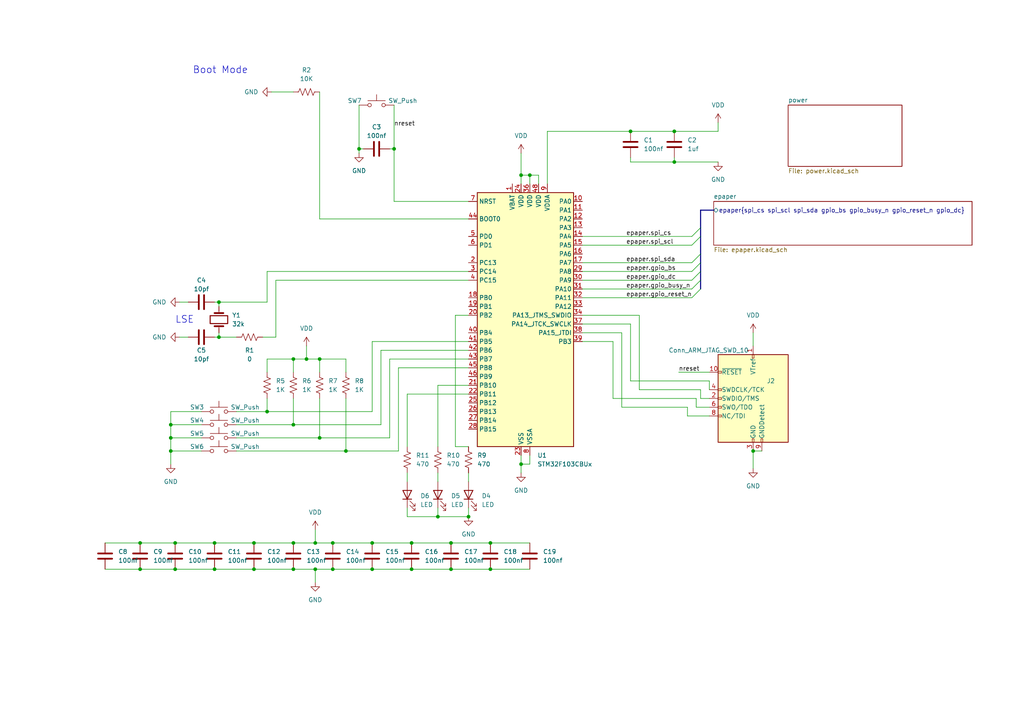
<source format=kicad_sch>
(kicad_sch (version 20230121) (generator eeschema)
  (paper "A4")
  (lib_symbols
    (symbol "Connector:Conn_ARM_JTAG_SWD_10" (pin_names (offset 1.016))
      (property "Reference" "J2" (at -2.54 5.08 0))
      (property "Value" "Conn_ARM_JTAG_SWD_10" (at -10.16 13.97 0))
      (symbol "Conn_ARM_JTAG_SWD_10_0_1"
        (rectangle (start -19.05 -12.7) (end 1.27 12.7) (stroke (width 0.254)) (fill (type background)))
        (rectangle (start -19.05 2.794) (end -18.034 2.286))
        (rectangle (start -18.034 -2.286) (end -19.05 -2.794))
        (rectangle (start -18.034 0.254) (end -19.05 -0.254))
        (rectangle (start -18.034 7.366) (end -19.05 7.874))
        (rectangle (start -9.144 -11.684) (end -8.636 -12.7))
        (rectangle (start -9.144 11.684) (end -8.636 12.7))
        (rectangle (start -6.604 -11.684) (end -6.096 -12.7))
      )
      (symbol "Conn_ARM_JTAG_SWD_10_1_1"
        (rectangle (start -19.05 -4.826) (end -18.034 -5.334))
        (pin power_in line (at -8.89 15.24 270) (length 2.54) (name "VTref") (number "1"))
        (pin open_collector line (at -21.59 7.62 0) (length 2.54) (name "~{RESET}") (number "10"))
        (pin bidirectional line (at -21.59 0 0) (length 2.54) (name "SWDIO/TMS") (number "2"))
        (pin power_in line (at -8.89 -15.24 90) (length 2.54) (name "GND") (number "3"))
        (pin output line (at -21.59 2.54 0) (length 2.54) (name "SWDCLK/TCK") (number "4"))
        (pin passive line (at -8.89 -15.24 90) (length 2.54) hide (name "GND") (number "5"))
        (pin input line (at -21.59 -2.54 0) (length 2.54) (name "SWO/TDO") (number "6"))
        (pin no_connect line (at 1.27 0 180) (length 2.54) hide (name "KEY") (number "7"))
        (pin output line (at -21.59 -5.08 0) (length 2.54) (name "NC/TDI") (number "8"))
        (pin passive line (at -6.35 -15.24 90) (length 2.54) (name "GNDDetect") (number "9"))
      )
    )
    (symbol "Device:C" (pin_numbers hide) (pin_names (offset 0.254))
      (property "Reference" "C" (at 0.635 2.54 0))
      (property "Value" "C" (at 0.635 -2.54 0))
      (symbol "C_0_1"
        (polyline (pts (xy -2.032 -0.762) (xy 2.032 -0.762)) (stroke (width 0.508)))
        (polyline (pts (xy -2.032 0.762) (xy 2.032 0.762)) (stroke (width 0.508)))
      )
      (symbol "C_1_1"
        (pin passive line (at 0 3.81 270) (length 2.794) (name "~") (number "1"))
        (pin passive line (at 0 -3.81 90) (length 2.794) (name "~") (number "2"))
      )
    )
    (symbol "Device:Crystal" (pin_numbers hide) (pin_names (offset 1.016) hide)
      (property "Reference" "Y" (at 0 3.81 0))
      (property "Value" "Crystal" (at 0 -3.81 0))
      (symbol "Crystal_0_1"
        (rectangle (start -1.143 2.54) (end 1.143 -2.54) (stroke (width 0.3048)))
        (polyline (pts (xy -2.54 0) (xy -1.905 0)))
        (polyline (pts (xy -1.905 -1.27) (xy -1.905 1.27)) (stroke (width 0.508)))
        (polyline (pts (xy 1.905 -1.27) (xy 1.905 1.27)) (stroke (width 0.508)))
        (polyline (pts (xy 2.54 0) (xy 1.905 0)))
      )
      (symbol "Crystal_1_1"
        (pin passive line (at -3.81 0 0) (length 1.27) (name "1") (number "1"))
        (pin passive line (at 3.81 0 180) (length 1.27) (name "2") (number "2"))
      )
    )
    (symbol "Device:LED" (pin_numbers hide) (pin_names (offset 1.016) hide)
      (property "Reference" "D" (at 0 2.54 0))
      (property "Value" "LED" (at 0 -2.54 0))
      (symbol "LED_0_1"
        (polyline (pts (xy -1.27 -1.27) (xy -1.27 1.27)) (stroke (width 0.254)))
        (polyline (pts (xy -1.27 0) (xy 1.27 0)))
        (polyline (pts (xy 1.27 -1.27) (xy 1.27 1.27) (xy -1.27 0) (xy 1.27 -1.27)) (stroke (width 0.254)))
        (polyline (pts (xy -3.048 -0.762) (xy -4.572 -2.286) (xy -3.81 -2.286) (xy -4.572 -2.286) (xy -4.572 -1.524)))
        (polyline (pts (xy -1.778 -0.762) (xy -3.302 -2.286) (xy -2.54 -2.286) (xy -3.302 -2.286) (xy -3.302 -1.524)))
      )
      (symbol "LED_1_1"
        (pin passive line (at -3.81 0 0) (length 2.54) (name "K") (number "1"))
        (pin passive line (at 3.81 0 180) (length 2.54) (name "A") (number "2"))
      )
    )
    (symbol "Device:R_US" (pin_numbers hide) (pin_names (offset 0))
      (property "Reference" "R" (at 2.54 0 90))
      (property "Value" "R_US" (at -2.54 0 90))
      (symbol "R_US_0_1"
        (polyline (pts (xy 0 -2.286) (xy 0 -2.54)))
        (polyline (pts (xy 0 2.286) (xy 0 2.54)))
        (polyline (pts (xy 0 -0.762) (xy 1.016 -1.143) (xy 0 -1.524) (xy -1.016 -1.905) (xy 0 -2.286)))
        (polyline (pts (xy 0 0.762) (xy 1.016 0.381) (xy 0 0) (xy -1.016 -0.381) (xy 0 -0.762)))
        (polyline (pts (xy 0 2.286) (xy 1.016 1.905) (xy 0 1.524) (xy -1.016 1.143) (xy 0 0.762)))
      )
      (symbol "R_US_1_1"
        (pin passive line (at 0 3.81 270) (length 1.27) (name "~") (number "1"))
        (pin passive line (at 0 -3.81 90) (length 1.27) (name "~") (number "2"))
      )
    )
    (symbol "MCU_ST_STM32F1:STM32F103CBUx"
      (property "Reference" "U1" (at 4.7341 -38.1 0))
      (property "Value" "STM32F103CBUx" (at 4.7341 -40.64 0))
      (symbol "STM32F103CBUx_0_1"
        (rectangle (start -12.7 -35.56) (end 15.24 38.1) (stroke (width 0.254)) (fill (type background)))
      )
      (symbol "STM32F103CBUx_1_1"
        (pin power_in line (at -2.54 40.64 270) (length 2.54) (name "VBAT") (number "1"))
        (pin bidirectional line (at 17.78 35.56 180) (length 2.54) (name "PA0") (number "10"))
        (pin bidirectional line (at 17.78 33.02 180) (length 2.54) (name "PA1") (number "11"))
        (pin bidirectional line (at 17.78 30.48 180) (length 2.54) (name "PA2") (number "12"))
        (pin bidirectional line (at 17.78 27.94 180) (length 2.54) (name "PA3") (number "13"))
        (pin bidirectional line (at 17.78 25.4 180) (length 2.54) (name "PA4") (number "14"))
        (pin bidirectional line (at 17.78 22.86 180) (length 2.54) (name "PA5") (number "15"))
        (pin bidirectional line (at 17.78 20.32 180) (length 2.54) (name "PA6") (number "16"))
        (pin bidirectional line (at 17.78 17.78 180) (length 2.54) (name "PA7") (number "17"))
        (pin bidirectional line (at -15.24 7.62 0) (length 2.54) (name "PB0") (number "18"))
        (pin bidirectional line (at -15.24 5.08 0) (length 2.54) (name "PB1") (number "19"))
        (pin bidirectional line (at -15.24 17.78 0) (length 2.54) (name "PC13") (number "2"))
        (pin bidirectional line (at -15.24 2.54 0) (length 2.54) (name "PB2") (number "20"))
        (pin bidirectional line (at -15.24 -17.78 0) (length 2.54) (name "PB10") (number "21"))
        (pin bidirectional line (at -15.24 -20.32 0) (length 2.54) (name "PB11") (number "22"))
        (pin power_in line (at 0 -38.1 90) (length 2.54) (name "VSS") (number "23"))
        (pin power_in line (at 0 40.64 270) (length 2.54) (name "VDD") (number "24"))
        (pin bidirectional line (at -15.24 -22.86 0) (length 2.54) (name "PB12") (number "25"))
        (pin bidirectional line (at -15.24 -25.4 0) (length 2.54) (name "PB13") (number "26"))
        (pin bidirectional line (at -15.24 -27.94 0) (length 2.54) (name "PB14") (number "27"))
        (pin bidirectional line (at -15.24 -30.48 0) (length 2.54) (name "PB15") (number "28"))
        (pin bidirectional line (at 17.78 15.24 180) (length 2.54) (name "PA8") (number "29"))
        (pin bidirectional line (at -15.24 15.24 0) (length 2.54) (name "PC14") (number "3"))
        (pin bidirectional line (at 17.78 12.7 180) (length 2.54) (name "PA9") (number "30"))
        (pin bidirectional line (at 17.78 10.16 180) (length 2.54) (name "PA10") (number "31"))
        (pin bidirectional line (at 17.78 7.62 180) (length 2.54) (name "PA11") (number "32"))
        (pin bidirectional line (at 17.78 5.08 180) (length 2.54) (name "PA12") (number "33"))
        (pin bidirectional line (at 17.78 2.54 180) (length 2.54) (name "PA13_JTMS_SWDIO") (number "34"))
        (pin passive line (at 0 -38.1 90) (length 2.54) hide (name "VSS") (number "35"))
        (pin power_in line (at 2.54 40.64 270) (length 2.54) (name "VDD") (number "36"))
        (pin bidirectional line (at 17.78 0 180) (length 2.54) (name "PA14_JTCK_SWCLK") (number "37"))
        (pin bidirectional line (at 17.78 -2.54 180) (length 2.54) (name "PA15_JTDI") (number "38"))
        (pin bidirectional line (at 17.78 -5.08 180) (length 2.54) (name "PB3") (number "39"))
        (pin bidirectional line (at -15.24 12.7 0) (length 2.54) (name "PC15") (number "4"))
        (pin bidirectional line (at -15.24 -2.54 0) (length 2.54) (name "PB4") (number "40"))
        (pin bidirectional line (at -15.24 -5.08 0) (length 2.54) (name "PB5") (number "41"))
        (pin bidirectional line (at -15.24 -7.62 0) (length 2.54) (name "PB6") (number "42"))
        (pin bidirectional line (at -15.24 -10.16 0) (length 2.54) (name "PB7") (number "43"))
        (pin input line (at -15.24 30.48 0) (length 2.54) (name "BOOT0") (number "44"))
        (pin bidirectional line (at -15.24 -12.7 0) (length 2.54) (name "PB8") (number "45"))
        (pin bidirectional line (at -15.24 -15.24 0) (length 2.54) (name "PB9") (number "46"))
        (pin passive line (at 0 -38.1 90) (length 2.54) hide (name "VSS") (number "47"))
        (pin power_in line (at 5.08 40.64 270) (length 2.54) (name "VDD") (number "48"))
        (pin passive line (at 0 -38.1 90) (length 2.54) hide (name "VSS") (number "49"))
        (pin bidirectional line (at -15.24 25.4 0) (length 2.54) (name "PD0") (number "5"))
        (pin bidirectional line (at -15.24 22.86 0) (length 2.54) (name "PD1") (number "6"))
        (pin input line (at -15.24 35.56 0) (length 2.54) (name "NRST") (number "7"))
        (pin power_in line (at 2.54 -38.1 90) (length 2.54) (name "VSSA") (number "8"))
        (pin power_in line (at 7.62 40.64 270) (length 2.54) (name "VDDA") (number "9"))
      )
    )
    (symbol "Switch:SW_Push" (pin_numbers hide) (pin_names (offset 1.016) hide)
      (property "Reference" "SW" (at 1.27 2.54 0))
      (property "Value" "SW_Push" (at 0 -1.524 0))
      (symbol "SW_Push_0_1"
        (circle (center -2.032 0) (radius 0.508))
        (polyline (pts (xy 0 1.27) (xy 0 3.048)))
        (polyline (pts (xy 2.54 1.27) (xy -2.54 1.27)))
        (circle (center 2.032 0) (radius 0.508))
        (pin passive line (at -5.08 0 0) (length 2.54) (name "1") (number "1"))
        (pin passive line (at 5.08 0 180) (length 2.54) (name "2") (number "2"))
      )
    )
    (symbol "power:GND" (power) (pin_names (offset 0))
      (property "Value" "GND" (at 0 -3.81 0))
      (symbol "GND_0_1"
        (polyline (pts (xy 0 0) (xy 0 -1.27) (xy 1.27 -1.27) (xy 0 -2.54) (xy -1.27 -1.27) (xy 0 -1.27)))
      )
      (symbol "GND_1_1"
        (pin power_in line (at 0 0 270) (length 0) hide (name "GND") (number "1"))
      )
    )
    (symbol "power:VDD" (power) (pin_names (offset 0))
      (property "Value" "VDD" (at 0 3.81 0))
      (symbol "VDD_0_1"
        (polyline (pts (xy -0.762 1.27) (xy 0 2.54)))
        (polyline (pts (xy 0 0) (xy 0 2.54)))
        (polyline (pts (xy 0 2.54) (xy 0.762 1.27)))
      )
      (symbol "VDD_1_1"
        (pin power_in line (at 0 0 90) (length 0) hide (name "VDD") (number "1"))
      )
    )
  )
  (junction (at 142.24 165.1))
  (junction (at 153.67 50.8))
  (junction (at 130.81 165.1))
  (junction (at 107.95 165.1))
  (junction (at 73.66 165.1))
  (junction (at 63.5 97.79))
  (junction (at 92.71 127))
  (junction (at 218.44 130.81))
  (junction (at 135.89 149.86))
  (junction (at 130.81 157.48))
  (junction (at 142.24 157.48))
  (junction (at 50.8 165.1))
  (junction (at 85.09 157.48))
  (junction (at 49.53 127))
  (junction (at 73.66 157.48))
  (junction (at 91.44 157.48))
  (junction (at 91.44 165.1))
  (junction (at 119.38 165.1))
  (junction (at 40.64 165.1))
  (junction (at 85.09 123.19))
  (junction (at 85.09 165.1))
  (junction (at 62.23 157.48))
  (junction (at 50.8 157.48))
  (junction (at 119.38 157.48))
  (junction (at 114.3 43.18))
  (junction (at 63.5 87.63))
  (junction (at 49.53 123.19))
  (junction (at 107.95 157.48))
  (junction (at 92.71 104.14))
  (junction (at 96.52 157.48))
  (junction (at 195.58 38.1))
  (junction (at 85.09 104.14))
  (junction (at 62.23 165.1))
  (junction (at 151.13 134.62))
  (junction (at 104.14 43.18))
  (junction (at 195.58 46.99))
  (junction (at 100.33 130.81))
  (junction (at 40.64 157.48))
  (junction (at 96.52 165.1))
  (junction (at 88.9 104.14))
  (junction (at 77.47 119.38))
  (junction (at 151.13 50.8))
  (junction (at 182.88 38.1))
  (junction (at 49.53 130.81))
  (junction (at 127 149.86))
  (bus_entry (at 203.2 83.82) (size -2.54 2.54))
  (bus_entry (at 203.2 68.58) (size -2.54 2.54))
  (bus_entry (at 203.2 78.74) (size -2.54 2.54))
  (bus_entry (at 203.2 66.04) (size -2.54 2.54))
  (bus_entry (at 203.2 73.66) (size -2.54 2.54))
  (bus_entry (at 203.2 76.2) (size -2.54 2.54))
  (bus_entry (at 203.2 81.28) (size -2.54 2.54))
  (wire (pts (xy 118.11 129.54) (xy 118.11 114.3)))
  (wire (pts (xy 62.23 97.79) (xy 63.5 97.79)))
  (wire (pts (xy 104.14 43.18) (xy 104.14 44.45)))
  (wire (pts (xy 85.09 115.57) (xy 85.09 123.19)))
  (wire (pts (xy 100.33 104.14) (xy 100.33 107.95)))
  (wire (pts (xy 201.93 118.11) (xy 205.74 118.11)))
  (wire (pts (xy 92.71 104.14) (xy 92.71 107.95)))
  (wire (pts (xy 110.49 101.6) (xy 135.89 101.6)))
  (wire (pts (xy 62.23 157.48) (xy 73.66 157.48)))
  (wire (pts (xy 100.33 130.81) (xy 115.57 130.81)))
  (wire (pts (xy 135.89 129.54) (xy 132.08 129.54)))
  (wire (pts (xy 77.47 78.74) (xy 135.89 78.74)))
  (wire (pts (xy 118.11 149.86) (xy 127 149.86)))
  (wire (pts (xy 199.39 118.11) (xy 180.34 118.11)))
  (wire (pts (xy 218.44 130.81) (xy 220.98 130.81)))
  (wire (pts (xy 30.48 165.1) (xy 40.64 165.1)))
  (wire (pts (xy 52.07 97.79) (xy 54.61 97.79)))
  (wire (pts (xy 96.52 157.48) (xy 107.95 157.48)))
  (wire (pts (xy 52.07 87.63) (xy 54.61 87.63)))
  (wire (pts (xy 180.34 96.52) (xy 168.91 96.52)))
  (wire (pts (xy 68.58 127) (xy 92.71 127)))
  (wire (pts (xy 156.21 50.8) (xy 153.67 50.8)))
  (wire (pts (xy 156.21 53.34) (xy 156.21 50.8)))
  (wire (pts (xy 62.23 165.1) (xy 73.66 165.1)))
  (bus (pts (xy 203.2 60.96) (xy 207.01 60.96)))
  (wire (pts (xy 158.75 38.1) (xy 182.88 38.1)))
  (wire (pts (xy 132.08 91.44) (xy 132.08 129.54)))
  (wire (pts (xy 195.58 46.99) (xy 195.58 45.72)))
  (wire (pts (xy 199.39 120.65) (xy 205.74 120.65)))
  (wire (pts (xy 168.91 78.74) (xy 200.66 78.74)))
  (wire (pts (xy 49.53 119.38) (xy 49.53 123.19)))
  (wire (pts (xy 88.9 100.33) (xy 88.9 104.14)))
  (wire (pts (xy 85.09 104.14) (xy 85.09 107.95)))
  (bus (pts (xy 203.2 73.66) (xy 203.2 76.2)))
  (wire (pts (xy 168.91 68.58) (xy 200.66 68.58)))
  (wire (pts (xy 205.74 110.49) (xy 205.74 113.03)))
  (wire (pts (xy 196.85 107.95) (xy 205.74 107.95)))
  (wire (pts (xy 58.42 119.38) (xy 49.53 119.38)))
  (wire (pts (xy 127 111.76) (xy 127 129.54)))
  (wire (pts (xy 195.58 46.99) (xy 182.88 46.99)))
  (wire (pts (xy 40.64 157.48) (xy 50.8 157.48)))
  (wire (pts (xy 205.74 110.49) (xy 182.88 110.49)))
  (wire (pts (xy 168.91 76.2) (xy 200.66 76.2)))
  (wire (pts (xy 50.8 157.48) (xy 62.23 157.48)))
  (wire (pts (xy 76.2 97.79) (xy 80.01 97.79)))
  (wire (pts (xy 127 137.16) (xy 127 139.7)))
  (wire (pts (xy 130.81 157.48) (xy 142.24 157.48)))
  (wire (pts (xy 100.33 115.57) (xy 100.33 130.81)))
  (wire (pts (xy 114.3 43.18) (xy 114.3 58.42)))
  (wire (pts (xy 153.67 132.08) (xy 153.67 134.62)))
  (wire (pts (xy 119.38 165.1) (xy 130.81 165.1)))
  (wire (pts (xy 113.03 104.14) (xy 135.89 104.14)))
  (wire (pts (xy 135.89 147.32) (xy 135.89 149.86)))
  (wire (pts (xy 151.13 132.08) (xy 151.13 134.62)))
  (wire (pts (xy 40.64 165.1) (xy 50.8 165.1)))
  (wire (pts (xy 168.91 71.12) (xy 200.66 71.12)))
  (wire (pts (xy 118.11 137.16) (xy 118.11 139.7)))
  (wire (pts (xy 127 147.32) (xy 127 149.86)))
  (wire (pts (xy 119.38 157.48) (xy 130.81 157.48)))
  (wire (pts (xy 91.44 153.67) (xy 91.44 157.48)))
  (wire (pts (xy 63.5 87.63) (xy 63.5 88.9)))
  (wire (pts (xy 114.3 30.48) (xy 114.3 43.18)))
  (wire (pts (xy 127 111.76) (xy 135.89 111.76)))
  (wire (pts (xy 77.47 115.57) (xy 77.47 119.38)))
  (wire (pts (xy 151.13 134.62) (xy 153.67 134.62)))
  (wire (pts (xy 80.01 97.79) (xy 80.01 81.28)))
  (wire (pts (xy 182.88 110.49) (xy 182.88 93.98)))
  (wire (pts (xy 107.95 119.38) (xy 107.95 99.06)))
  (wire (pts (xy 118.11 114.3) (xy 135.89 114.3)))
  (wire (pts (xy 168.91 86.36) (xy 200.66 86.36)))
  (wire (pts (xy 153.67 50.8) (xy 151.13 50.8)))
  (bus (pts (xy 203.2 81.28) (xy 203.2 83.82)))
  (wire (pts (xy 182.88 93.98) (xy 168.91 93.98)))
  (wire (pts (xy 153.67 50.8) (xy 153.67 53.34)))
  (bus (pts (xy 203.2 60.96) (xy 203.2 66.04)))
  (wire (pts (xy 80.01 81.28) (xy 135.89 81.28)))
  (wire (pts (xy 135.89 137.16) (xy 135.89 139.7)))
  (wire (pts (xy 142.24 157.48) (xy 153.67 157.48)))
  (wire (pts (xy 113.03 127) (xy 113.03 104.14)))
  (wire (pts (xy 168.91 83.82) (xy 200.66 83.82)))
  (wire (pts (xy 142.24 165.1) (xy 153.67 165.1)))
  (wire (pts (xy 73.66 157.48) (xy 85.09 157.48)))
  (wire (pts (xy 182.88 38.1) (xy 195.58 38.1)))
  (wire (pts (xy 195.58 38.1) (xy 208.28 38.1)))
  (wire (pts (xy 203.2 115.57) (xy 205.74 115.57)))
  (wire (pts (xy 92.71 104.14) (xy 100.33 104.14)))
  (wire (pts (xy 130.81 165.1) (xy 142.24 165.1)))
  (wire (pts (xy 208.28 38.1) (xy 208.28 35.56)))
  (wire (pts (xy 104.14 30.48) (xy 104.14 43.18)))
  (wire (pts (xy 151.13 44.45) (xy 151.13 50.8)))
  (wire (pts (xy 49.53 130.81) (xy 49.53 134.62)))
  (wire (pts (xy 208.28 46.99) (xy 195.58 46.99)))
  (bus (pts (xy 203.2 78.74) (xy 203.2 81.28)))
  (bus (pts (xy 203.2 66.04) (xy 203.2 68.58)))
  (wire (pts (xy 107.95 157.48) (xy 119.38 157.48)))
  (wire (pts (xy 118.11 147.32) (xy 118.11 149.86)))
  (wire (pts (xy 92.71 63.5) (xy 135.89 63.5)))
  (wire (pts (xy 218.44 130.81) (xy 218.44 135.89)))
  (wire (pts (xy 88.9 104.14) (xy 92.71 104.14)))
  (wire (pts (xy 85.09 157.48) (xy 91.44 157.48)))
  (wire (pts (xy 68.58 119.38) (xy 77.47 119.38)))
  (wire (pts (xy 49.53 127) (xy 58.42 127)))
  (wire (pts (xy 110.49 123.19) (xy 110.49 101.6)))
  (wire (pts (xy 199.39 118.11) (xy 199.39 120.65)))
  (wire (pts (xy 77.47 87.63) (xy 77.47 78.74)))
  (bus (pts (xy 203.2 68.58) (xy 203.2 73.66)))
  (wire (pts (xy 77.47 104.14) (xy 85.09 104.14)))
  (wire (pts (xy 151.13 134.62) (xy 151.13 137.16)))
  (wire (pts (xy 151.13 50.8) (xy 151.13 53.34)))
  (bus (pts (xy 203.2 76.2) (xy 203.2 78.74)))
  (wire (pts (xy 168.91 99.06) (xy 177.8 99.06)))
  (wire (pts (xy 177.8 99.06) (xy 177.8 115.57)))
  (wire (pts (xy 132.08 91.44) (xy 135.89 91.44)))
  (wire (pts (xy 92.71 63.5) (xy 92.71 26.67)))
  (wire (pts (xy 85.09 123.19) (xy 110.49 123.19)))
  (wire (pts (xy 91.44 165.1) (xy 91.44 168.91)))
  (wire (pts (xy 113.03 43.18) (xy 114.3 43.18)))
  (wire (pts (xy 63.5 97.79) (xy 63.5 96.52)))
  (wire (pts (xy 177.8 115.57) (xy 201.93 115.57)))
  (wire (pts (xy 49.53 127) (xy 49.53 130.81)))
  (wire (pts (xy 68.58 123.19) (xy 85.09 123.19)))
  (wire (pts (xy 63.5 97.79) (xy 68.58 97.79)))
  (wire (pts (xy 203.2 113.03) (xy 203.2 115.57)))
  (wire (pts (xy 49.53 130.81) (xy 58.42 130.81)))
  (wire (pts (xy 78.74 26.67) (xy 85.09 26.67)))
  (wire (pts (xy 85.09 165.1) (xy 91.44 165.1)))
  (wire (pts (xy 49.53 123.19) (xy 49.53 127)))
  (wire (pts (xy 91.44 165.1) (xy 96.52 165.1)))
  (wire (pts (xy 77.47 119.38) (xy 107.95 119.38)))
  (wire (pts (xy 73.66 165.1) (xy 85.09 165.1)))
  (wire (pts (xy 201.93 115.57) (xy 201.93 118.11)))
  (wire (pts (xy 107.95 165.1) (xy 119.38 165.1)))
  (wire (pts (xy 63.5 87.63) (xy 77.47 87.63)))
  (wire (pts (xy 68.58 130.81) (xy 100.33 130.81)))
  (wire (pts (xy 92.71 115.57) (xy 92.71 127)))
  (wire (pts (xy 77.47 104.14) (xy 77.47 107.95)))
  (wire (pts (xy 203.2 113.03) (xy 185.42 113.03)))
  (wire (pts (xy 158.75 53.34) (xy 158.75 38.1)))
  (wire (pts (xy 91.44 157.48) (xy 96.52 157.48)))
  (wire (pts (xy 62.23 87.63) (xy 63.5 87.63)))
  (wire (pts (xy 92.71 127) (xy 113.03 127)))
  (wire (pts (xy 185.42 91.44) (xy 168.91 91.44)))
  (wire (pts (xy 49.53 123.19) (xy 58.42 123.19)))
  (wire (pts (xy 182.88 46.99) (xy 182.88 45.72)))
  (wire (pts (xy 30.48 157.48) (xy 40.64 157.48)))
  (wire (pts (xy 50.8 165.1) (xy 62.23 165.1)))
  (wire (pts (xy 85.09 104.14) (xy 88.9 104.14)))
  (wire (pts (xy 96.52 165.1) (xy 107.95 165.1)))
  (wire (pts (xy 185.42 113.03) (xy 185.42 91.44)))
  (wire (pts (xy 115.57 130.81) (xy 115.57 106.68)))
  (wire (pts (xy 114.3 58.42) (xy 135.89 58.42)))
  (wire (pts (xy 127 149.86) (xy 135.89 149.86)))
  (wire (pts (xy 115.57 106.68) (xy 135.89 106.68)))
  (wire (pts (xy 104.14 43.18) (xy 105.41 43.18)))
  (wire (pts (xy 180.34 118.11) (xy 180.34 96.52)))
  (wire (pts (xy 218.44 96.52) (xy 218.44 100.33)))
  (wire (pts (xy 107.95 99.06) (xy 135.89 99.06)))
  (wire (pts (xy 168.91 81.28) (xy 200.66 81.28)))
  (text "LSE" (at 50.8 93.98 0) (effects (font (size 2 2)) (justify left bottom)))
  (text "Boot Mode\n" (at 55.88 21.59 0) (effects (font (size 2 2)) (justify left bottom)))
  (label "epaper.gpio_reset_n" (at 181.61 86.36 0))
  (label "epaper.gpio_busy_n" (at 181.61 83.82 0))
  (label "epaper.gpio_dc" (at 181.61 81.28 0))
  (label "epaper.spi_sda" (at 181.61 76.2 0))
  (label "epaper.gpio_bs" (at 181.61 78.74 0))
  (label "nreset" (at 196.85 107.95 0))
  (label "nreset" (at 114.3 36.83 0))
  (label "epaper.spi_scl" (at 181.61 71.12 0))
  (label "epaper.spi_cs" (at 181.61 68.58 0))
  (symbol (lib_id "Device:C") (at 195.58 41.91 0) (unit 1)
    (property "Reference" "C2" (at 199.39 40.64 0) (effects (justify left)))
    (property "Value" "1uf" (at 199.39 43.18 0) (effects (justify left)))
    (property "Footprint" "Capacitor_SMD:C_0603_1608Metric" (effects hide))
    (property "Link To Purchase" "https://www.mouser.com/ProductDetail/TAIYO-YUDEN/MSASU168AB7105KTNA01?qs=tlsG%2FOw5FFi8%2FWa2DKtI4Q%3D%3D" (effects hide))
    (property "Part Number" "MSASU168AB7105KTNA01" (effects hide))
  )
  (symbol (lib_id "power:GND") (at 218.44 135.89 0) (unit 1)
    (property "Reference" "#PWR015" (effects hide))
    (property "Value" "GND" (at 218.44 140.97 0))
  )
  (symbol (lib_id "Device:C") (at 130.81 161.29 0) (unit 1)
    (property "Reference" "C17" (at 134.62 160.02 0) (effects (justify left)))
    (property "Value" "100nf" (at 134.62 162.56 0) (effects (justify left)))
    (property "Footprint" "Capacitor_SMD:C_0603_1608Metric" (effects hide))
    (property "Link To Purchase" "https://www.mouser.com/ProductDetail/KYOCERA-AVX/KAM15AR71H104KT?qs=Jm2GQyTW%2Fbh2%2FGRPGE98wA%3D%3D" (effects hide))
    (property "Part Number" "KAM15AR71H104KT" (effects hide))
  )
  (symbol (lib_id "Device:R_US") (at 100.33 111.76 180) (unit 1)
    (property "Reference" "R8" (at 102.87 110.49 0) (effects (justify right)))
    (property "Value" "1K" (at 102.87 113.03 0) (effects (justify right)))
    (property "Footprint" "Resistor_SMD:R_0603_1608Metric" (effects hide))
    (property "Link To Purchase" "https://www.mouser.com/ProductDetail/Vishay-Dale/CRCW06031K00DHEBP?qs=sGAEpiMZZMtlubZbdhIBIEwnecvLzJsplaoLteA%252BENo%3D" (effects hide))
    (property "Part Number" "CRCW06031K00DHEBP" (effects hide))
  )
  (symbol (lib_id "Device:C") (at 73.66 161.29 0) (unit 1)
    (property "Reference" "C12" (at 77.47 160.02 0) (effects (justify left)))
    (property "Value" "100nf" (at 77.47 162.56 0) (effects (justify left)))
    (property "Footprint" "Capacitor_SMD:C_0603_1608Metric" (effects hide))
    (property "Link To Purchase" "https://www.mouser.com/ProductDetail/KYOCERA-AVX/KAM15AR71H104KT?qs=Jm2GQyTW%2Fbh2%2FGRPGE98wA%3D%3D" (effects hide))
    (property "Part Number" "KAM15AR71H104KT" (effects hide))
  )
  (symbol (lib_id "Device:LED") (at 118.11 143.51 90) (unit 1)
    (property "Reference" "D6" (at 121.92 143.8275 90) (effects (justify right)))
    (property "Value" "LED" (at 121.92 146.3675 90) (effects (justify right)))
    (property "Footprint" "LED_SMD:LED_1206_3216Metric" (effects hide))
    (property "Datasheet" "https://www.mouser.com/datasheet/2/678/AVGO_S_A0004681625_1-2574659.pdf" (effects hide))
    (property "Part Number" "HSMA-C350" (effects hide))
    (property "Link To Purchase" "https://www.mouser.com/ProductDetail/Broadcom-Avago/HSMA-C350?qs=sGAEpiMZZMvyj6n1w4pZD6eAxfjFR14DHNFAzi4KriaarARIwbsUkg%3D%3D" (effects hide))
  )
  (symbol (lib_id "power:VDD") (at 151.13 44.45 0) (unit 1)
    (property "Reference" "#PWR02" (effects hide))
    (property "Value" "VDD" (at 151.13 39.37 0))
  )
  (symbol (lib_id "Switch:SW_Push") (at 109.22 30.48 0) (unit 1)
    (property "Reference" "SW7" (at 102.87 29.21 0))
    (property "Value" "SW_Push" (at 116.84 29.21 0))
    (property "Footprint" "NoahFootprintLib:PTS526" (effects hide))
    (property "Link To Purchase" "https://www.mouser.com/ProductDetail/CK/PTS526SMG20SMTR21-LFS?qs=MyNHzdoqoQLOqPcVU%2F1RhA%3D%3D" (effects hide))
    (property "Part Number" "PTS526SMG20SMTR21 LFS" (effects hide))
  )
  (symbol (lib_id "Switch:SW_Push") (at 63.5 123.19 0) (unit 1)
    (property "Reference" "SW4" (at 57.15 121.92 0))
    (property "Value" "SW_Push" (at 71.12 121.92 0))
    (property "Footprint" "NoahFootprintLib:PTS526" (effects hide))
    (property "Link To Purchase" "https://www.mouser.com/ProductDetail/CK/PTS526SMG20SMTR21-LFS?qs=MyNHzdoqoQLOqPcVU%2F1RhA%3D%3D" (effects hide))
    (property "Part Number" "PTS526SMG20SMTR21 LFS" (effects hide))
  )
  (symbol (lib_id "Device:R_US") (at 77.47 111.76 180) (unit 1)
    (property "Reference" "R5" (at 80.01 110.49 0) (effects (justify right)))
    (property "Value" "1K" (at 80.01 113.03 0) (effects (justify right)))
    (property "Footprint" "Resistor_SMD:R_0603_1608Metric" (effects hide))
    (property "Link To Purchase" "https://www.mouser.com/ProductDetail/Vishay-Dale/CRCW06031K00DHEBP?qs=sGAEpiMZZMtlubZbdhIBIEwnecvLzJsplaoLteA%252BENo%3D" (effects hide))
    (property "Part Number" "CRCW06031K00DHEBP" (effects hide))
  )
  (symbol (lib_id "Device:R_US") (at 127 133.35 180) (unit 1)
    (property "Reference" "R10" (at 129.54 132.08 0) (effects (justify right)))
    (property "Value" "470" (at 129.54 134.62 0) (effects (justify right)))
    (property "Footprint" "Resistor_SMD:R_1206_3216Metric" (effects hide))
    (property "Part Number" "MCT06030C4700FP500" (effects hide))
    (property "Link To Purchase" "https://www.mouser.com/ProductDetail/Vishay-Beyschlag/MCT06030C4700FP500?qs=XsZ9OvPb0dt82KlzjdcMjQ%3D%3D" (effects hide))
  )
  (symbol (lib_id "power:VDD") (at 91.44 153.67 0) (unit 1)
    (property "Reference" "#PWR012" (effects hide))
    (property "Value" "VDD" (at 91.44 148.59 0))
  )
  (symbol (lib_id "power:VDD") (at 88.9 100.33 0) (unit 1)
    (property "Reference" "#PWR023" (effects hide))
    (property "Value" "VDD" (at 88.9 95.25 0))
  )
  (symbol (lib_id "Device:R_US") (at 135.89 133.35 180) (unit 1)
    (property "Reference" "R9" (at 138.43 132.08 0) (effects (justify right)))
    (property "Value" "470" (at 138.43 134.62 0) (effects (justify right)))
    (property "Footprint" "Resistor_SMD:R_1206_3216Metric" (effects hide))
    (property "Part Number" "MCT06030C4700FP500" (effects hide))
    (property "Link To Purchase" "https://www.mouser.com/ProductDetail/Vishay-Beyschlag/MCT06030C4700FP500?qs=XsZ9OvPb0dt82KlzjdcMjQ%3D%3D" (effects hide))
  )
  (symbol (lib_id "Device:C") (at 40.64 161.29 0) (unit 1)
    (property "Reference" "C9" (at 44.45 160.02 0) (effects (justify left)))
    (property "Value" "100nf" (at 44.45 162.56 0) (effects (justify left)))
    (property "Footprint" "Capacitor_SMD:C_0603_1608Metric" (effects hide))
    (property "Link To Purchase" "https://www.mouser.com/ProductDetail/KYOCERA-AVX/KAM15AR71H104KT?qs=Jm2GQyTW%2Fbh2%2FGRPGE98wA%3D%3D" (effects hide))
    (property "Part Number" "KAM15AR71H104KT" (effects hide))
  )
  (symbol (lib_id "Device:C") (at 182.88 41.91 0) (unit 1)
    (property "Reference" "C1" (at 186.69 40.64 0) (effects (justify left)))
    (property "Value" "100nf" (at 186.69 43.18 0) (effects (justify left)))
    (property "Footprint" "Capacitor_SMD:C_0603_1608Metric" (effects hide))
    (property "Link To Purchase" "https://www.mouser.com/ProductDetail/KYOCERA-AVX/KAM15AR71H104KT?qs=Jm2GQyTW%2Fbh2%2FGRPGE98wA%3D%3D" (effects hide))
    (property "Part Number" "KAM15AR71H104KT" (effects hide))
  )
  (symbol (lib_id "power:GND") (at 208.28 46.99 0) (unit 1)
    (property "Reference" "#PWR04" (effects hide))
    (property "Value" "GND" (at 208.28 52.07 0))
  )
  (symbol (lib_id "Device:C") (at 107.95 161.29 0) (unit 1)
    (property "Reference" "C15" (at 111.76 160.02 0) (effects (justify left)))
    (property "Value" "100nf" (at 111.76 162.56 0) (effects (justify left)))
    (property "Footprint" "Capacitor_SMD:C_0603_1608Metric" (effects hide))
    (property "Link To Purchase" "https://www.mouser.com/ProductDetail/KYOCERA-AVX/KAM15AR71H104KT?qs=Jm2GQyTW%2Fbh2%2FGRPGE98wA%3D%3D" (effects hide))
    (property "Part Number" "KAM15AR71H104KT" (effects hide))
  )
  (symbol (lib_id "Device:C") (at 30.48 161.29 0) (unit 1)
    (property "Reference" "C8" (at 34.29 160.02 0) (effects (justify left)))
    (property "Value" "100nf" (at 34.29 162.56 0) (effects (justify left)))
    (property "Footprint" "Capacitor_SMD:C_0603_1608Metric" (effects hide))
    (property "Link To Purchase" "https://www.mouser.com/ProductDetail/KYOCERA-AVX/KAM15AR71H104KT?qs=Jm2GQyTW%2Fbh2%2FGRPGE98wA%3D%3D" (effects hide))
    (property "Part Number" "KAM15AR71H104KT" (effects hide))
  )
  (symbol (lib_id "Device:C") (at 142.24 161.29 0) (unit 1)
    (property "Reference" "C18" (at 146.05 160.02 0) (effects (justify left)))
    (property "Value" "100nf" (at 146.05 162.56 0) (effects (justify left)))
    (property "Footprint" "Capacitor_SMD:C_0603_1608Metric" (effects hide))
    (property "Link To Purchase" "https://www.mouser.com/ProductDetail/KYOCERA-AVX/KAM15AR71H104KT?qs=Jm2GQyTW%2Fbh2%2FGRPGE98wA%3D%3D" (effects hide))
    (property "Part Number" "KAM15AR71H104KT" (effects hide))
  )
  (symbol (lib_id "power:GND") (at 151.13 137.16 0) (unit 1)
    (property "Reference" "#PWR01" (effects hide))
    (property "Value" "GND" (at 151.13 142.24 0))
  )
  (symbol (lib_id "Device:C") (at 119.38 161.29 0) (unit 1)
    (property "Reference" "C16" (at 123.19 160.02 0) (effects (justify left)))
    (property "Value" "100nf" (at 123.19 162.56 0) (effects (justify left)))
    (property "Footprint" "Capacitor_SMD:C_0603_1608Metric" (effects hide))
    (property "Link To Purchase" "https://www.mouser.com/ProductDetail/KYOCERA-AVX/KAM15AR71H104KT?qs=Jm2GQyTW%2Fbh2%2FGRPGE98wA%3D%3D" (effects hide))
    (property "Part Number" "KAM15AR71H104KT" (effects hide))
  )
  (symbol (lib_id "Device:C") (at 50.8 161.29 0) (unit 1)
    (property "Reference" "C10" (at 54.61 160.02 0) (effects (justify left)))
    (property "Value" "100nf" (at 54.61 162.56 0) (effects (justify left)))
    (property "Footprint" "Capacitor_SMD:C_0603_1608Metric" (effects hide))
    (property "Link To Purchase" "https://www.mouser.com/ProductDetail/KYOCERA-AVX/KAM15AR71H104KT?qs=Jm2GQyTW%2Fbh2%2FGRPGE98wA%3D%3D" (effects hide))
    (property "Part Number" "KAM15AR71H104KT" (effects hide))
  )
  (symbol (lib_id "power:VDD") (at 218.44 96.52 0) (unit 1)
    (property "Reference" "#PWR014" (effects hide))
    (property "Value" "VDD" (at 218.44 91.44 0))
  )
  (symbol (lib_id "power:GND") (at 52.07 87.63 270) (unit 1)
    (property "Reference" "#PWR08" (effects hide))
    (property "Value" "GND" (at 48.26 87.63 90) (effects (justify right)))
  )
  (symbol (lib_id "power:GND") (at 78.74 26.67 270) (unit 1)
    (property "Reference" "#PWR06" (effects hide))
    (property "Value" "GND" (at 74.93 26.67 90) (effects (justify right)))
  )
  (symbol (lib_id "Device:C") (at 58.42 97.79 90) (unit 1)
    (property "Reference" "C5" (at 58.42 101.6 90))
    (property "Value" "10pf" (at 58.42 104.14 90))
    (property "Footprint" "Capacitor_SMD:C_0201_0603Metric" (effects hide))
    (property "Link To Purchase" "https://www.mouser.com/ProductDetail/KYOCERA-AVX/02013A100DAT2A?qs=S5UxfSWPE3wteUhmXBHexg%3D%3D" (effects hide))
    (property "Part Number" "02013A100DAT2A" (effects hide))
  )
  (symbol (lib_id "Device:R_US") (at 88.9 26.67 90) (unit 1)
    (property "Reference" "R2" (at 88.9 20.32 90))
    (property "Value" "10K" (at 88.9 22.86 90))
    (property "Footprint" "Resistor_SMD:R_0603_1608Metric" (effects hide))
    (property "Link To Purchase" "https://www.mouser.com/ProductDetail/Vishay-Dale/CRCW060310K0DHEAP?qs=sGAEpiMZZMtG0KNrPCHnjbD5EksNHRvvwR24PjuumVs%3D" (effects hide))
    (property "Part Number" "CRCW060310K0DHEAP" (effects hide))
  )
  (symbol (lib_id "Device:C") (at 96.52 161.29 0) (unit 1)
    (property "Reference" "C14" (at 100.33 160.02 0) (effects (justify left)))
    (property "Value" "100nf" (at 100.33 162.56 0) (effects (justify left)))
    (property "Footprint" "Capacitor_SMD:C_0603_1608Metric" (effects hide))
    (property "Link To Purchase" "https://www.mouser.com/ProductDetail/KYOCERA-AVX/KAM15AR71H104KT?qs=Jm2GQyTW%2Fbh2%2FGRPGE98wA%3D%3D" (effects hide))
    (property "Part Number" "KAM15AR71H104KT" (effects hide))
  )
  (symbol (lib_id "Device:LED") (at 127 143.51 90) (unit 1)
    (property "Reference" "D5" (at 130.81 143.8275 90) (effects (justify right)))
    (property "Value" "LED" (at 130.81 146.3675 90) (effects (justify right)))
    (property "Footprint" "LED_SMD:LED_1206_3216Metric" (effects hide))
    (property "Datasheet" "https://www.mouser.com/datasheet/2/678/AVGO_S_A0004681625_1-2574659.pdf" (effects hide))
    (property "Part Number" "HSMA-C350" (effects hide))
    (property "Link To Purchase" "https://www.mouser.com/ProductDetail/Broadcom-Avago/HSMA-C350?qs=sGAEpiMZZMvyj6n1w4pZD6eAxfjFR14DHNFAzi4KriaarARIwbsUkg%3D%3D" (effects hide))
  )
  (symbol (lib_id "power:GND") (at 52.07 97.79 270) (unit 1)
    (property "Reference" "#PWR09" (effects hide))
    (property "Value" "GND" (at 48.26 97.79 90) (effects (justify right)))
  )
  (symbol (lib_id "Device:R_US") (at 92.71 111.76 180) (unit 1)
    (property "Reference" "R7" (at 95.25 110.49 0) (effects (justify right)))
    (property "Value" "1K" (at 95.25 113.03 0) (effects (justify right)))
    (property "Footprint" "Resistor_SMD:R_0603_1608Metric" (effects hide))
    (property "Link To Purchase" "https://www.mouser.com/ProductDetail/Vishay-Dale/CRCW06031K00DHEBP?qs=sGAEpiMZZMtlubZbdhIBIEwnecvLzJsplaoLteA%252BENo%3D" (effects hide))
    (property "Part Number" "CRCW06031K00DHEBP" (effects hide))
  )
  (symbol (lib_id "Device:C") (at 153.67 161.29 0) (unit 1)
    (property "Reference" "C19" (at 157.48 160.02 0) (effects (justify left)))
    (property "Value" "100nf" (at 157.48 162.56 0) (effects (justify left)))
    (property "Footprint" "Capacitor_SMD:C_0603_1608Metric" (effects hide))
    (property "Link To Purchase" "https://www.mouser.com/ProductDetail/KYOCERA-AVX/KAM15AR71H104KT?qs=Jm2GQyTW%2Fbh2%2FGRPGE98wA%3D%3D" (effects hide))
    (property "Part Number" "KAM15AR71H104KT" (effects hide))
  )
  (symbol (lib_id "Device:LED") (at 135.89 143.51 90) (unit 1)
    (property "Reference" "D4" (at 139.7 143.8275 90) (effects (justify right)))
    (property "Value" "LED" (at 139.7 146.3675 90) (effects (justify right)))
    (property "Footprint" "LED_SMD:LED_1206_3216Metric" (effects hide))
    (property "Datasheet" "https://www.mouser.com/datasheet/2/678/AVGO_S_A0004681625_1-2574659.pdf" (effects hide))
    (property "Part Number" "HSMA-C350" (effects hide))
    (property "Link To Purchase" "https://www.mouser.com/ProductDetail/Broadcom-Avago/HSMA-C350?qs=sGAEpiMZZMvyj6n1w4pZD6eAxfjFR14DHNFAzi4KriaarARIwbsUkg%3D%3D" (effects hide))
  )
  (symbol (lib_id "MCU_ST_STM32F1:STM32F103CBUx") (at 151.13 93.98 0) (unit 1)
    (property "Reference" "U1" (at 155.8641 132.08 0) (effects (justify left)))
    (property "Value" "STM32F103CBUx" (at 155.8641 134.62 0) (effects (justify left)))
    (property "Footprint" "Package_DFN_QFN:QFN-48-1EP_7x7mm_P0.5mm_EP5.6x5.6mm" (effects hide))
    (property "Datasheet" "https://www.mouser.com/datasheet/2/389/stm32f103c8-1851025.pdf" (effects hide))
    (property "Link To Purchase" "https://www.mouser.com/ProductDetail/STMicroelectronics/STM32F103CBU6?qs=oy6b1%2Fq5N9p9iozgDCcJuQ%3D%3D" (effects hide))
    (property "Part Number" "STM32F103CBU6" (effects hide))
  )
  (symbol (lib_id "Switch:SW_Push") (at 63.5 119.38 0) (unit 1)
    (property "Reference" "SW3" (at 57.15 118.11 0))
    (property "Value" "SW_Push" (at 71.12 118.11 0))
    (property "Footprint" "NoahFootprintLib:PTS526" (effects hide))
    (property "Link To Purchase" "https://www.mouser.com/ProductDetail/CK/PTS526SMG20SMTR21-LFS?qs=MyNHzdoqoQLOqPcVU%2F1RhA%3D%3D" (effects hide))
    (property "Part Number" "PTS526SMG20SMTR21 LFS" (effects hide))
  )
  (symbol (lib_id "Device:R_US") (at 118.11 133.35 180) (unit 1)
    (property "Reference" "R11" (at 120.65 132.08 0) (effects (justify right)))
    (property "Value" "470" (at 120.65 134.62 0) (effects (justify right)))
    (property "Footprint" "Resistor_SMD:R_1206_3216Metric" (effects hide))
    (property "Part Number" "MCT06030C4700FP500" (effects hide))
    (property "Link To Purchase" "https://www.mouser.com/ProductDetail/Vishay-Beyschlag/MCT06030C4700FP500?qs=XsZ9OvPb0dt82KlzjdcMjQ%3D%3D" (effects hide))
  )
  (symbol (lib_id "Device:C") (at 58.42 87.63 90) (unit 1)
    (property "Reference" "C4" (at 58.42 81.28 90))
    (property "Value" "10pf" (at 58.42 83.82 90))
    (property "Footprint" "Capacitor_SMD:C_0201_0603Metric" (effects hide))
    (property "Link To Purchase" "https://www.mouser.com/ProductDetail/KYOCERA-AVX/02013A100DAT2A?qs=S5UxfSWPE3wteUhmXBHexg%3D%3D" (effects hide))
    (property "Part Number" "02013A100DAT2A" (effects hide))
  )
  (symbol (lib_id "Device:R_US") (at 72.39 97.79 90) (unit 1)
    (property "Reference" "R1" (at 72.39 101.6 90))
    (property "Value" "0" (at 72.39 104.14 90))
    (property "Footprint" "Resistor_SMD:R_0603_1608Metric" (effects hide))
    (property "Link To Purchase" "https://www.mouser.com/ProductDetail/Vishay-Dale/CRCW06030000Z0EAC?qs=sGAEpiMZZMtlubZbdhIBIIZe04wfiaJWEAUMew4TANc%3D" (effects hide))
    (property "Part Number" "CRCW06030000Z0EAC" (effects hide))
  )
  (symbol (lib_id "power:GND") (at 49.53 134.62 0) (unit 1)
    (property "Reference" "#PWR024" (effects hide))
    (property "Value" "GND" (at 49.53 139.7 0))
  )
  (symbol (lib_id "Device:Crystal") (at 63.5 92.71 270) (unit 1)
    (property "Reference" "Y1" (at 67.31 91.44 90) (effects (justify left)))
    (property "Value" "32k" (at 67.31 93.98 90) (effects (justify left)))
    (property "Footprint" "Crystal:Crystal_SMD_TXC_9HT11-2Pin_2.0x1.2mm" (effects hide))
    (property "Datasheet" "https://www.mouser.com/datasheet/2/137/FC2012SN_en-3313072.pdf" (effects hide))
    (property "Part Number" "FC2012SN 32.768K-90NNA0KC0" (effects hide))
    (property "Link To Purchase" "https://www.mouser.com/ProductDetail/Epson-Timing/FC2012SN-32.768K-90NNA0KC0?qs=HoCaDK9Nz5e2hHfst9nD9Q%3D%3D" (effects hide))
  )
  (symbol (lib_id "power:GND") (at 91.44 168.91 0) (unit 1)
    (property "Reference" "#PWR013" (effects hide))
    (property "Value" "GND" (at 91.44 173.99 0))
  )
  (symbol (lib_id "power:GND") (at 104.14 44.45 0) (unit 1)
    (property "Reference" "#PWR07" (effects hide))
    (property "Value" "GND" (at 104.14 49.53 0))
  )
  (symbol (lib_id "power:GND") (at 135.89 149.86 0) (unit 1)
    (property "Reference" "#PWR028" (effects hide))
    (property "Value" "GND" (at 135.89 154.94 0))
  )
  (symbol (lib_id "power:VDD") (at 208.28 35.56 0) (unit 1)
    (property "Reference" "#PWR03" (effects hide))
    (property "Value" "VDD" (at 208.28 30.48 0))
  )
  (symbol (lib_id "Device:R_US") (at 85.09 111.76 180) (unit 1)
    (property "Reference" "R6" (at 87.63 110.49 0) (effects (justify right)))
    (property "Value" "1K" (at 87.63 113.03 0) (effects (justify right)))
    (property "Footprint" "Resistor_SMD:R_0603_1608Metric" (effects hide))
    (property "Link To Purchase" "https://www.mouser.com/ProductDetail/Vishay-Dale/CRCW06031K00DHEBP?qs=sGAEpiMZZMtlubZbdhIBIEwnecvLzJsplaoLteA%252BENo%3D" (effects hide))
    (property "Part Number" "CRCW06031K00DHEBP" (effects hide))
  )
  (symbol (lib_id "Switch:SW_Push") (at 63.5 127 0) (unit 1)
    (property "Reference" "SW5" (at 57.15 125.73 0))
    (property "Value" "SW_Push" (at 71.12 125.73 0))
    (property "Footprint" "NoahFootprintLib:PTS526" (effects hide))
    (property "Link To Purchase" "https://www.mouser.com/ProductDetail/CK/PTS526SMG20SMTR21-LFS?qs=MyNHzdoqoQLOqPcVU%2F1RhA%3D%3D" (effects hide))
    (property "Part Number" "PTS526SMG20SMTR21 LFS" (effects hide))
  )
  (symbol (lib_id "Device:C") (at 85.09 161.29 0) (unit 1)
    (property "Reference" "C13" (at 88.9 160.02 0) (effects (justify left)))
    (property "Value" "100nf" (at 88.9 162.56 0) (effects (justify left)))
    (property "Footprint" "Capacitor_SMD:C_0603_1608Metric" (effects hide))
    (property "Link To Purchase" "https://www.mouser.com/ProductDetail/KYOCERA-AVX/KAM15AR71H104KT?qs=Jm2GQyTW%2Fbh2%2FGRPGE98wA%3D%3D" (effects hide))
    (property "Part Number" "KAM15AR71H104KT" (effects hide))
  )
  (symbol (lib_id "Device:C") (at 62.23 161.29 0) (unit 1)
    (property "Reference" "C11" (at 66.04 160.02 0) (effects (justify left)))
    (property "Value" "100nf" (at 66.04 162.56 0) (effects (justify left)))
    (property "Footprint" "Capacitor_SMD:C_0603_1608Metric" (effects hide))
    (property "Link To Purchase" "https://www.mouser.com/ProductDetail/KYOCERA-AVX/KAM15AR71H104KT?qs=Jm2GQyTW%2Fbh2%2FGRPGE98wA%3D%3D" (effects hide))
    (property "Part Number" "KAM15AR71H104KT" (effects hide))
  )
  (symbol (lib_id "Switch:SW_Push") (at 63.5 130.81 0) (unit 1)
    (property "Reference" "SW6" (at 57.15 129.54 0))
    (property "Value" "SW_Push" (at 71.12 129.54 0))
    (property "Footprint" "NoahFootprintLib:PTS526" (effects hide))
    (property "Link To Purchase" "https://www.mouser.com/ProductDetail/CK/PTS526SMG20SMTR21-LFS?qs=MyNHzdoqoQLOqPcVU%2F1RhA%3D%3D" (effects hide))
    (property "Part Number" "PTS526SMG20SMTR21 LFS" (effects hide))
  )
  (symbol (lib_id "Device:C") (at 109.22 43.18 90) (unit 1)
    (property "Reference" "C3" (at 109.22 36.83 90))
    (property "Value" "100nf" (at 109.22 39.37 90))
    (property "Footprint" "Capacitor_SMD:C_0603_1608Metric" (effects hide))
    (property "Link To Purchase" "https://www.mouser.com/ProductDetail/KYOCERA-AVX/KAM15AR71H104KT?qs=Jm2GQyTW%2Fbh2%2FGRPGE98wA%3D%3D" (effects hide))
    (property "Part Number" "KAM15AR71H104KT" (effects hide))
  )
  (symbol (lib_id "Connector:Conn_ARM_JTAG_SWD_10") (at 227.33 115.57 0) (unit 1)
    (property "Reference" "J2" (at 224.79 110.49 0) (effects (justify right)))
    (property "Value" "Conn_ARM_JTAG_SWD_10" (at 217.17 101.6 0) (effects (justify right)))
    (property "Footprint" "Connector_PinHeader_1.27mm:PinHeader_2x05_P1.27mm_Vertical_SMD" (effects hide))
    (property "Datasheet" "https://cdn.amphenol-cs.com/media/wysiwyg/files/documentation/datasheet/boardwiretoboard/bwb_minitek127_btb.pdf" (effects hide))
    (property "Link To Purchase" "https://www.mouser.com/ProductDetail/Amphenol-FCI/20021121-00010T4LF?qs=oJs1R%252BxK6kTva5Su0CuB6g%3D%3D" (effects hide))
    (property "Part Number" "20021121-00010T4LF" (effects hide))
  )
  (sheet (at 207.01 58.42) (size 74.93 12.7) (stroke (width 0.1524))
    (property "Sheetname" "epaper" (at 207.01 57.7084 0) (effects (justify left bottom)))
    (property "Sheetfile" "epaper.kicad_sch" (at 207.01 71.7046 0) (effects (justify left top)))
    (pin "epaper{spi_cs spi_scl spi_sda gpio_bs gpio_busy_n gpio_reset_n gpio_dc}" bidirectional (at 207.01 60.96 180))
  )
  (sheet (at 228.6 30.48) (size 33.02 17.78) (stroke (width 0.1524))
    (property "Sheetname" "power" (at 228.6 29.7684 0) (effects (justify left bottom)))
    (property "Sheetfile" "power.kicad_sch" (at 228.6 48.8446 0) (effects (justify left top)))
  )
)
</source>
